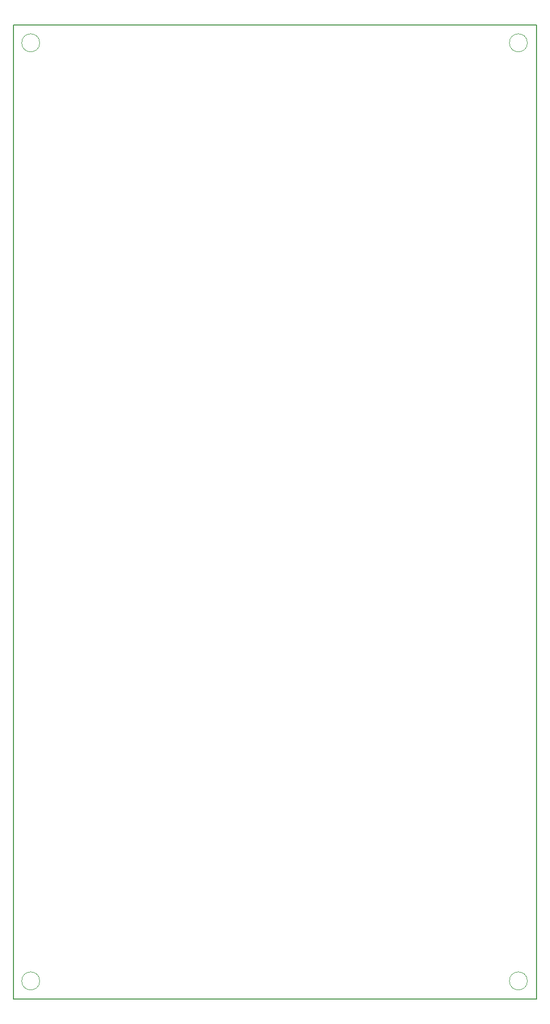
<source format=gbr>
%TF.GenerationSoftware,KiCad,Pcbnew,9.0.5*%
%TF.CreationDate,2025-10-28T12:45:37-04:00*%
%TF.ProjectId,oshe_dmm_project_v1,6f736865-5f64-46d6-9d5f-70726f6a6563,V1*%
%TF.SameCoordinates,Original*%
%TF.FileFunction,Profile,NP*%
%FSLAX46Y46*%
G04 Gerber Fmt 4.6, Leading zero omitted, Abs format (unit mm)*
G04 Created by KiCad (PCBNEW 9.0.5) date 2025-10-28 12:45:37*
%MOMM*%
%LPD*%
G01*
G04 APERTURE LIST*
%TA.AperFunction,Profile*%
%ADD10C,0.050000*%
%TD*%
%TA.AperFunction,Profile*%
%ADD11C,0.200000*%
%TD*%
G04 APERTURE END LIST*
D10*
X207416000Y-66226000D02*
G75*
G02*
X204368000Y-66226000I-1524000J0D01*
G01*
X204368000Y-66226000D02*
G75*
G02*
X207416000Y-66226000I1524000J0D01*
G01*
X124612000Y-225230000D02*
G75*
G02*
X121564000Y-225230000I-1524000J0D01*
G01*
X121564000Y-225230000D02*
G75*
G02*
X124612000Y-225230000I1524000J0D01*
G01*
D11*
X120200000Y-63178000D02*
X208950000Y-63178000D01*
X208950000Y-228298000D01*
X120200000Y-228298000D01*
X120200000Y-63178000D01*
D10*
X207416000Y-225230000D02*
G75*
G02*
X204368000Y-225230000I-1524000J0D01*
G01*
X204368000Y-225230000D02*
G75*
G02*
X207416000Y-225230000I1524000J0D01*
G01*
X124612000Y-66226000D02*
G75*
G02*
X121564000Y-66226000I-1524000J0D01*
G01*
X121564000Y-66226000D02*
G75*
G02*
X124612000Y-66226000I1524000J0D01*
G01*
M02*

</source>
